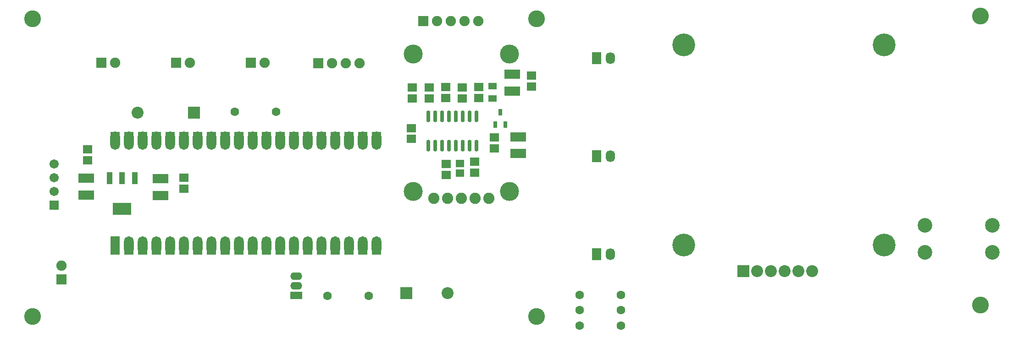
<source format=gts>
G04*
G04 #@! TF.GenerationSoftware,Altium Limited,Altium Designer,19.0.4 (130)*
G04*
G04 Layer_Color=8388736*
%FSLAX44Y44*%
%MOMM*%
G71*
G01*
G75*
%ADD25R,1.8000X0.9500*%
%ADD26R,3.0032X1.7032*%
%ADD27R,0.6532X1.2032*%
%ADD28R,1.7032X1.6032*%
%ADD29R,1.6002X1.2192*%
%ADD30R,1.1032X2.3032*%
%ADD31R,3.4032X2.3032*%
%ADD32R,1.6032X1.4032*%
%ADD33O,0.7532X2.2032*%
%ADD34R,1.8032X0.9532*%
%ADD35C,2.0828*%
%ADD36C,3.5052*%
%ADD37R,1.9032X1.9032*%
%ADD38C,1.9032*%
%ADD39C,3.1000*%
%ADD40R,1.8032X3.4032*%
%ADD41O,1.8032X3.4032*%
%ADD42C,1.6032*%
%ADD43R,2.2032X2.2032*%
%ADD44C,2.2032*%
%ADD45C,1.7032*%
%ADD46R,1.7032X1.7032*%
%ADD47C,4.2032*%
%ADD48C,2.7032*%
%ADD49R,1.7032X2.2032*%
%ADD50O,1.7032X2.2032*%
%ADD51O,2.2032X1.4032*%
%ADD52R,2.2032X1.4032*%
%ADD53R,1.9032X1.9032*%
D25*
X471001Y767050D02*
D03*
X496401D02*
D03*
X521801D02*
D03*
X547201D02*
D03*
X572601D02*
D03*
X598001D02*
D03*
X623401D02*
D03*
X648801D02*
D03*
X674201D02*
D03*
X699601D02*
D03*
X725001D02*
D03*
X750401D02*
D03*
X775801D02*
D03*
X801201D02*
D03*
X826601D02*
D03*
X852001D02*
D03*
X877401D02*
D03*
X902801D02*
D03*
X928201D02*
D03*
X953601D02*
D03*
Y548750D02*
D03*
X928201D02*
D03*
X902801D02*
D03*
X877401D02*
D03*
X852001D02*
D03*
X826601D02*
D03*
X801201D02*
D03*
X775801D02*
D03*
X750401D02*
D03*
X725001D02*
D03*
X699601D02*
D03*
X674201D02*
D03*
X648801D02*
D03*
X623401D02*
D03*
X598001D02*
D03*
X572601D02*
D03*
X547201D02*
D03*
X521801D02*
D03*
X496401D02*
D03*
D26*
X1204000Y846500D02*
D03*
Y877500D02*
D03*
X418000Y685500D02*
D03*
Y654500D02*
D03*
X1215500Y762000D02*
D03*
Y731000D02*
D03*
X555000Y653500D02*
D03*
Y684500D02*
D03*
D27*
X1172500Y784570D02*
D03*
X1191500D02*
D03*
X1182000Y807250D02*
D03*
D28*
X1018000Y758000D02*
D03*
Y778000D02*
D03*
X1050568Y833000D02*
D03*
Y853000D02*
D03*
X1081136Y854000D02*
D03*
Y834000D02*
D03*
X1111704Y833000D02*
D03*
Y853000D02*
D03*
X1142272Y834000D02*
D03*
Y854000D02*
D03*
X1020001Y853000D02*
D03*
Y833000D02*
D03*
X1082250Y691500D02*
D03*
Y711500D02*
D03*
X1239750Y855000D02*
D03*
Y875000D02*
D03*
X1171000Y761000D02*
D03*
Y741000D02*
D03*
X1135000Y696000D02*
D03*
Y716000D02*
D03*
X598000Y686000D02*
D03*
Y666000D02*
D03*
X420000Y739000D02*
D03*
Y719000D02*
D03*
D29*
X1168000Y832570D02*
D03*
Y855430D02*
D03*
D30*
X507000Y685500D02*
D03*
X484000D02*
D03*
X461000D02*
D03*
D31*
X484000Y628500D02*
D03*
D32*
X1108000Y713000D02*
D03*
Y695000D02*
D03*
D33*
X1138450Y799670D02*
D03*
X1125750D02*
D03*
X1113050D02*
D03*
X1100350D02*
D03*
X1087650D02*
D03*
X1074950D02*
D03*
X1062250D02*
D03*
X1049550D02*
D03*
X1138450Y746076D02*
D03*
X1125750D02*
D03*
X1113050D02*
D03*
X1100350D02*
D03*
X1087650D02*
D03*
X1074950D02*
D03*
X1062250D02*
D03*
X1049550D02*
D03*
D34*
X471001Y767049D02*
D03*
X496401D02*
D03*
X521801D02*
D03*
X547201D02*
D03*
X572601D02*
D03*
X598001D02*
D03*
X623401D02*
D03*
X648801D02*
D03*
X674201D02*
D03*
X699601D02*
D03*
X725001D02*
D03*
X750401D02*
D03*
X775801D02*
D03*
X801201D02*
D03*
X826601D02*
D03*
X852001D02*
D03*
X877401D02*
D03*
X902801D02*
D03*
X928201D02*
D03*
X953601D02*
D03*
Y548750D02*
D03*
X928201D02*
D03*
X902801D02*
D03*
X877401D02*
D03*
X852001D02*
D03*
X826601D02*
D03*
X801201D02*
D03*
X775801D02*
D03*
X750401D02*
D03*
X725001D02*
D03*
X699601D02*
D03*
X674201D02*
D03*
X648801D02*
D03*
X623401D02*
D03*
X598001D02*
D03*
X572601D02*
D03*
X547201D02*
D03*
X521801D02*
D03*
X496401D02*
D03*
D35*
X1059550Y648050D02*
D03*
X1084950D02*
D03*
X1110350D02*
D03*
X1135750D02*
D03*
X1161150D02*
D03*
D36*
X1199250Y660750D02*
D03*
Y914750D02*
D03*
X1021450Y660750D02*
D03*
Y914750D02*
D03*
D37*
X1039950Y975750D02*
D03*
X445600Y899000D02*
D03*
X583348D02*
D03*
X722000D02*
D03*
X846200Y898492D02*
D03*
D38*
X1065350Y975750D02*
D03*
X1090750D02*
D03*
X1116150D02*
D03*
X1141550D02*
D03*
X471000Y899000D02*
D03*
X608748D02*
D03*
X747400D02*
D03*
X372000Y523700D02*
D03*
X871600Y898492D02*
D03*
X897000D02*
D03*
X922400D02*
D03*
D39*
X2069000Y451000D02*
D03*
Y985000D02*
D03*
X1249000Y430000D02*
D03*
Y980000D02*
D03*
X319000D02*
D03*
Y430000D02*
D03*
D40*
X471000Y561000D02*
D03*
D41*
X496400D02*
D03*
X521800D02*
D03*
X547200D02*
D03*
X572600D02*
D03*
X598000D02*
D03*
X623400D02*
D03*
X648800D02*
D03*
X674200D02*
D03*
X699600D02*
D03*
X725000D02*
D03*
X750400D02*
D03*
X775800D02*
D03*
X801200D02*
D03*
X826600D02*
D03*
X852000D02*
D03*
X877400D02*
D03*
X902800D02*
D03*
X928200D02*
D03*
X953600D02*
D03*
X471000Y754800D02*
D03*
X496400D02*
D03*
X521800D02*
D03*
X547200D02*
D03*
X572600D02*
D03*
X598000D02*
D03*
X623400D02*
D03*
X648800D02*
D03*
X674200D02*
D03*
X699600D02*
D03*
X725000D02*
D03*
X750400D02*
D03*
X775800D02*
D03*
X801200D02*
D03*
X826600D02*
D03*
X852000D02*
D03*
X877400D02*
D03*
X902800D02*
D03*
X928200D02*
D03*
X953600D02*
D03*
D42*
X862900Y468350D02*
D03*
X939100D02*
D03*
X1405100Y413000D02*
D03*
X1328900D02*
D03*
X1405100Y441500D02*
D03*
X1328900D02*
D03*
X768100Y808000D02*
D03*
X691900D02*
D03*
X1405100Y470000D02*
D03*
X1328900D02*
D03*
D43*
X1009000Y473000D02*
D03*
X1631000Y514000D02*
D03*
X616900Y807000D02*
D03*
D44*
X1085000Y473000D02*
D03*
X1758000Y514000D02*
D03*
X1732600D02*
D03*
X1707200D02*
D03*
X1681800D02*
D03*
X1656400D02*
D03*
X512300Y807000D02*
D03*
D45*
X358000Y711800D02*
D03*
Y686400D02*
D03*
Y661000D02*
D03*
D46*
Y635600D02*
D03*
D47*
X1521140Y932090D02*
D03*
X1891140D02*
D03*
X1521140Y562090D02*
D03*
X1891140D02*
D03*
D48*
X1966000Y598000D02*
D03*
X2091000D02*
D03*
Y548000D02*
D03*
X1966000D02*
D03*
D49*
X1359600Y545000D02*
D03*
Y726000D02*
D03*
Y907000D02*
D03*
D50*
X1385000Y545000D02*
D03*
Y726000D02*
D03*
Y907000D02*
D03*
D51*
X805000Y504730D02*
D03*
Y486730D02*
D03*
D52*
Y468730D02*
D03*
D53*
X372000Y498300D02*
D03*
M02*

</source>
